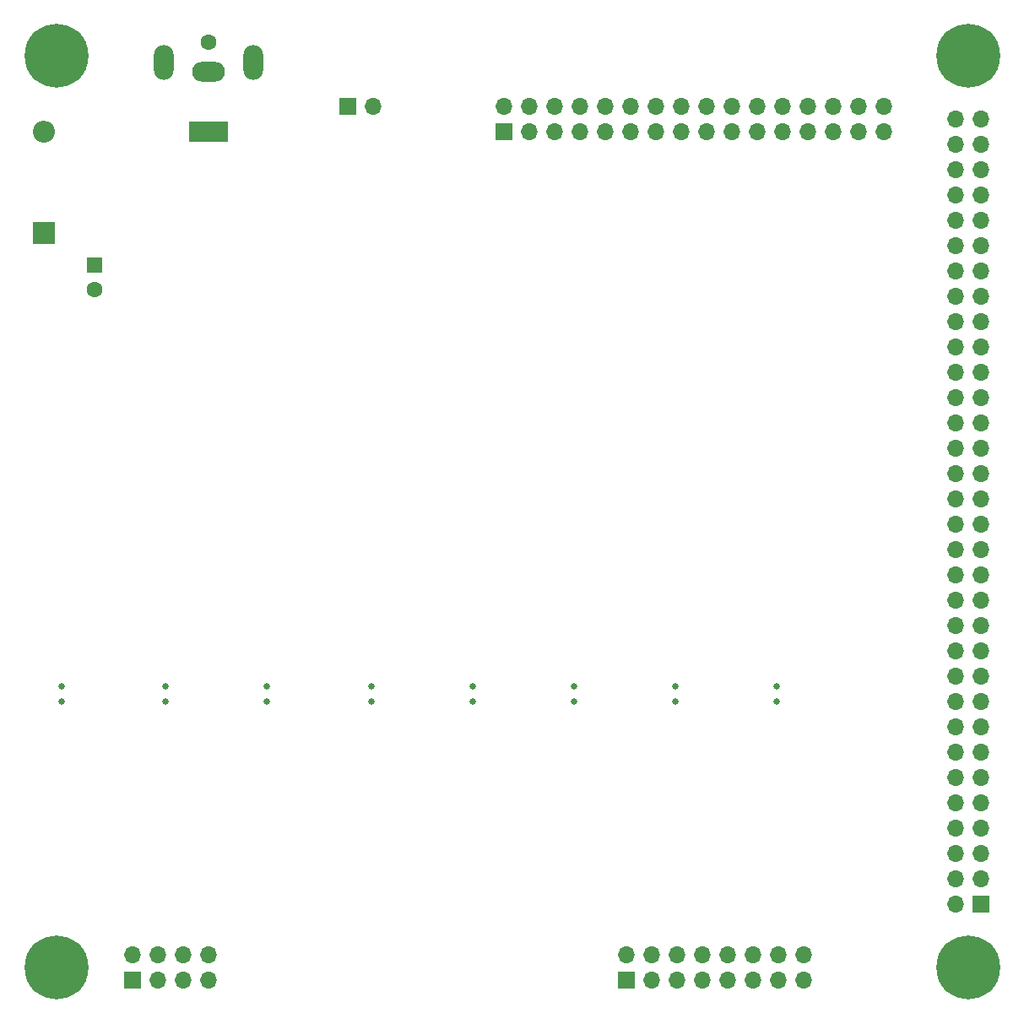
<source format=gbr>
%TF.GenerationSoftware,KiCad,Pcbnew,8.0.7-8.0.7-0~ubuntu22.04.1*%
%TF.CreationDate,2025-01-13T14:39:21-08:00*%
%TF.ProjectId,multichannelheaterdriver_frontend,6d756c74-6963-4686-916e-6e656c686561,rev?*%
%TF.SameCoordinates,Original*%
%TF.FileFunction,Soldermask,Bot*%
%TF.FilePolarity,Negative*%
%FSLAX46Y46*%
G04 Gerber Fmt 4.6, Leading zero omitted, Abs format (unit mm)*
G04 Created by KiCad (PCBNEW 8.0.7-8.0.7-0~ubuntu22.04.1) date 2025-01-13 14:39:21*
%MOMM*%
%LPD*%
G01*
G04 APERTURE LIST*
%ADD10R,1.700000X1.700000*%
%ADD11O,1.700000X1.700000*%
%ADD12C,0.644000*%
%ADD13R,2.200000X2.200000*%
%ADD14O,2.200000X2.200000*%
%ADD15R,1.600000X1.600000*%
%ADD16C,1.600000*%
%ADD17R,4.000000X2.000000*%
%ADD18O,3.300000X2.000000*%
%ADD19O,2.000000X3.500000*%
%ADD20C,6.400000*%
G04 APERTURE END LIST*
D10*
%TO.C,J1*%
X97790000Y-90170000D03*
D11*
X95250000Y-90170000D03*
X97790000Y-87630000D03*
X95250000Y-87630000D03*
X97790000Y-85090000D03*
X95250000Y-85090000D03*
X97790000Y-82550000D03*
X95250000Y-82550000D03*
X97790000Y-80010000D03*
X95250000Y-80010000D03*
X97790000Y-77470000D03*
X95250000Y-77470000D03*
X97790000Y-74930000D03*
X95250000Y-74930000D03*
X97790000Y-72390000D03*
X95250000Y-72390000D03*
X97790000Y-69850000D03*
X95250000Y-69850000D03*
X97790000Y-67310000D03*
X95250000Y-67310000D03*
X97790000Y-64770000D03*
X95250000Y-64770000D03*
X97790000Y-62230000D03*
X95250000Y-62230000D03*
X97790000Y-59690000D03*
X95250000Y-59690000D03*
X97790000Y-57150000D03*
X95250000Y-57150000D03*
X97790000Y-54610000D03*
X95250000Y-54610000D03*
X97790000Y-52070000D03*
X95250000Y-52070000D03*
X97790000Y-49530000D03*
X95250000Y-49530000D03*
X97790000Y-46990000D03*
X95250000Y-46990000D03*
X97790000Y-44450000D03*
X95250000Y-44450000D03*
X97790000Y-41910000D03*
X95250000Y-41910000D03*
X97790000Y-39370000D03*
X95250000Y-39370000D03*
X97790000Y-36830000D03*
X95250000Y-36830000D03*
X97790000Y-34290000D03*
X95250000Y-34290000D03*
X97790000Y-31750000D03*
X95250000Y-31750000D03*
X97790000Y-29210000D03*
X95250000Y-29210000D03*
X97790000Y-26670000D03*
X95250000Y-26670000D03*
X97790000Y-24130000D03*
X95250000Y-24130000D03*
X97790000Y-21590000D03*
X95250000Y-21590000D03*
X97790000Y-19050000D03*
X95250000Y-19050000D03*
X97790000Y-16510000D03*
X95250000Y-16510000D03*
X97790000Y-13970000D03*
X95250000Y-13970000D03*
X97790000Y-11430000D03*
X95250000Y-11430000D03*
%TD*%
D12*
%TO.C,U9*%
X26186000Y-69820000D03*
X26186000Y-68320000D03*
%TD*%
D13*
%TO.C,D1*%
X3810000Y-22860000D03*
D14*
X3810000Y-12700000D03*
%TD*%
D15*
%TO.C,C3*%
X8890000Y-26035000D03*
D16*
X8890000Y-28535000D03*
%TD*%
D10*
%TO.C,J11*%
X12700000Y-97790000D03*
D11*
X12700000Y-95250000D03*
X15240000Y-97790000D03*
X15240000Y-95250000D03*
X17780000Y-97790000D03*
X17780000Y-95250000D03*
X20320000Y-97790000D03*
X20320000Y-95250000D03*
%TD*%
D16*
%TO.C,J12*%
X20320000Y-3700000D03*
D17*
X20320000Y-12700000D03*
D18*
X20320000Y-6700000D03*
D19*
X24820000Y-5700000D03*
X15820000Y-5700000D03*
%TD*%
D12*
%TO.C,U21*%
X67177000Y-69820000D03*
X67177000Y-68320000D03*
%TD*%
D10*
%TO.C,J2*%
X62230000Y-97790000D03*
D11*
X62230000Y-95250000D03*
X64770000Y-97790000D03*
X64770000Y-95250000D03*
X67310000Y-97790000D03*
X67310000Y-95250000D03*
X69850000Y-97790000D03*
X69850000Y-95250000D03*
X72390000Y-97790000D03*
X72390000Y-95250000D03*
X74930000Y-97790000D03*
X74930000Y-95250000D03*
X77470000Y-97790000D03*
X77470000Y-95250000D03*
X80010000Y-97790000D03*
X80010000Y-95250000D03*
%TD*%
D12*
%TO.C,U15*%
X46857000Y-69820000D03*
X46857000Y-68320000D03*
%TD*%
D20*
%TO.C,H1*%
X5080000Y-5080000D03*
%TD*%
D12*
%TO.C,U18*%
X57017000Y-69820000D03*
X57017000Y-68320000D03*
%TD*%
D20*
%TO.C,H2*%
X5080000Y-96520000D03*
%TD*%
D10*
%TO.C,J13*%
X34285000Y-10160000D03*
D11*
X36825000Y-10160000D03*
%TD*%
D10*
%TO.C,J10*%
X50000000Y-12700000D03*
D11*
X50000000Y-10160000D03*
X52540000Y-12700000D03*
X52540000Y-10160000D03*
X55080000Y-12700000D03*
X55080000Y-10160000D03*
X57620000Y-12700000D03*
X57620000Y-10160000D03*
X60160000Y-12700000D03*
X60160000Y-10160000D03*
X62700000Y-12700000D03*
X62700000Y-10160000D03*
X65240000Y-12700000D03*
X65240000Y-10160000D03*
X67780000Y-12700000D03*
X67780000Y-10160000D03*
X70320000Y-12700000D03*
X70320000Y-10160000D03*
X72860000Y-12700000D03*
X72860000Y-10160000D03*
X75400000Y-12700000D03*
X75400000Y-10160000D03*
X77940000Y-12700000D03*
X77940000Y-10160000D03*
X80480000Y-12700000D03*
X80480000Y-10160000D03*
X83020000Y-12700000D03*
X83020000Y-10160000D03*
X85560000Y-12700000D03*
X85560000Y-10160000D03*
X88100000Y-12700000D03*
X88100000Y-10160000D03*
%TD*%
D20*
%TO.C,H4*%
X96520000Y-96520000D03*
%TD*%
D12*
%TO.C,U12*%
X36697000Y-69820000D03*
X36697000Y-68320000D03*
%TD*%
%TO.C,U24*%
X77337000Y-69820000D03*
X77337000Y-68320000D03*
%TD*%
%TO.C,U3*%
X5612000Y-69820000D03*
X5612000Y-68320000D03*
%TD*%
%TO.C,U6*%
X16026000Y-69820000D03*
X16026000Y-68320000D03*
%TD*%
D20*
%TO.C,H3*%
X96520000Y-5080000D03*
%TD*%
M02*

</source>
